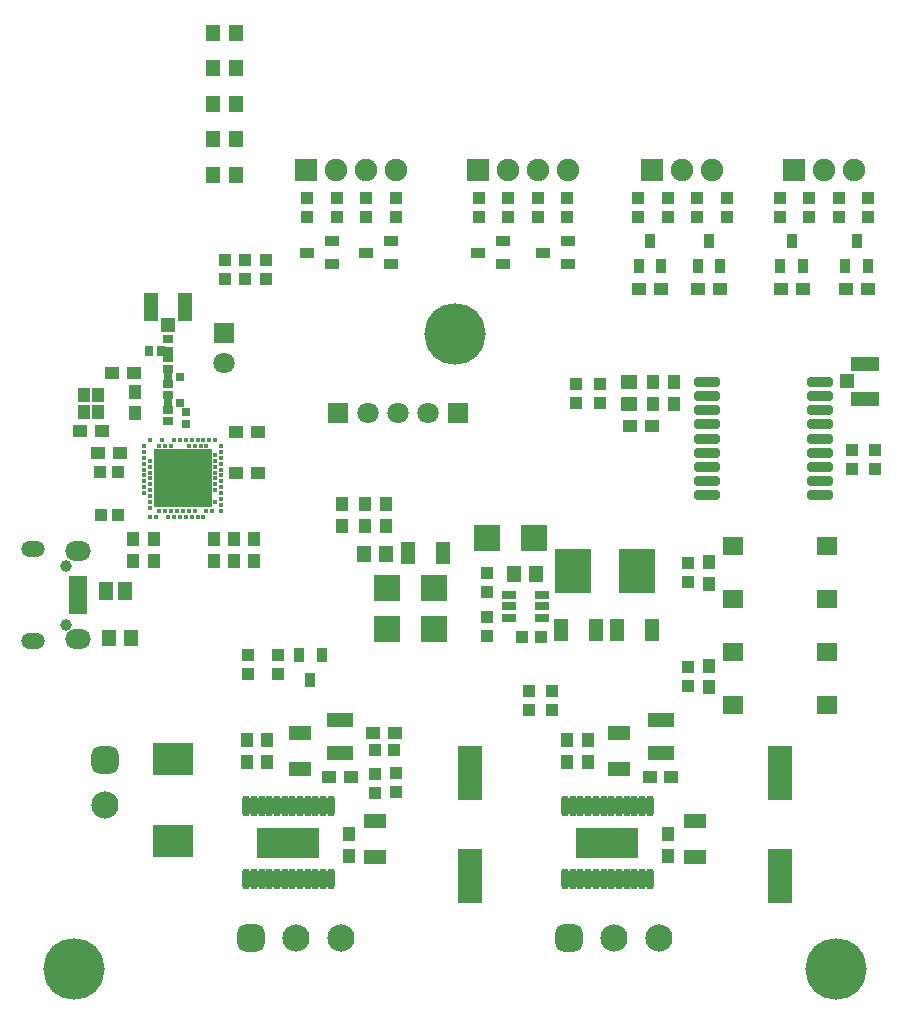
<source format=gts>
G04 Layer_Color=8388736*
%FSLAX25Y25*%
%MOIN*%
G70*
G01*
G75*
%ADD80R,0.04737X0.04343*%
%ADD81R,0.09461X0.04934*%
%ADD82R,0.04934X0.04737*%
%ADD83R,0.05131X0.05524*%
%ADD84R,0.06902X0.05918*%
%ADD85R,0.04343X0.04737*%
%ADD86R,0.08280X0.18123*%
%ADD87R,0.07493X0.04737*%
%ADD88R,0.04737X0.07493*%
%ADD89R,0.04934X0.09461*%
%ADD90R,0.04737X0.04934*%
%ADD91R,0.08674X0.08674*%
%ADD92R,0.13792X0.10642*%
%ADD93R,0.05918X0.02572*%
%ADD94R,0.05524X0.05131*%
%ADD95R,0.08674X0.04737*%
%ADD96R,0.12414X0.14579*%
%ADD97R,0.03556X0.03162*%
%ADD98R,0.03162X0.03556*%
%ADD99R,0.04343X0.03950*%
%ADD100R,0.03950X0.04343*%
G04:AMPARAMS|DCode=101|XSize=31.62mil|YSize=86.74mil|CornerRadius=9.9mil|HoleSize=0mil|Usage=FLASHONLY|Rotation=270.000|XOffset=0mil|YOffset=0mil|HoleType=Round|Shape=RoundedRectangle|*
%AMROUNDEDRECTD101*
21,1,0.03162,0.06693,0,0,270.0*
21,1,0.01181,0.08674,0,0,270.0*
1,1,0.01981,-0.03347,-0.00591*
1,1,0.01981,-0.03347,0.00591*
1,1,0.01981,0.03347,0.00591*
1,1,0.01981,0.03347,-0.00591*
%
%ADD101ROUNDEDRECTD101*%
%ADD102R,0.04737X0.01981*%
%ADD103R,0.04737X0.03162*%
%ADD104R,0.03950X0.03950*%
%ADD105R,0.04147X0.04540*%
%ADD106R,0.02768X0.02768*%
%ADD107R,0.02768X0.02768*%
%ADD108R,0.19488X0.19488*%
%ADD109C,0.01476*%
%ADD110R,0.03556X0.04737*%
%ADD111R,0.04737X0.03556*%
%ADD112R,0.21115X0.10249*%
%ADD113O,0.02572X0.07099*%
%ADD114R,0.07099X0.07099*%
%ADD115C,0.07099*%
%ADD116R,0.07099X0.07099*%
%ADD117C,0.03950*%
%ADD118O,0.07887X0.05328*%
%ADD119O,0.08674X0.06509*%
%ADD120R,0.07493X0.07493*%
%ADD121C,0.07493*%
%ADD122C,0.20485*%
G04:AMPARAMS|DCode=123|XSize=90.68mil|YSize=90.68mil|CornerRadius=24.67mil|HoleSize=0mil|Usage=FLASHONLY|Rotation=270.000|XOffset=0mil|YOffset=0mil|HoleType=Round|Shape=RoundedRectangle|*
%AMROUNDEDRECTD123*
21,1,0.09068,0.04134,0,0,270.0*
21,1,0.04134,0.09068,0,0,270.0*
1,1,0.04934,-0.02067,-0.02067*
1,1,0.04934,-0.02067,0.02067*
1,1,0.04934,0.02067,0.02067*
1,1,0.04934,0.02067,-0.02067*
%
%ADD123ROUNDEDRECTD123*%
%ADD124C,0.09068*%
G04:AMPARAMS|DCode=125|XSize=90.68mil|YSize=90.68mil|CornerRadius=24.67mil|HoleSize=0mil|Usage=FLASHONLY|Rotation=0.000|XOffset=0mil|YOffset=0mil|HoleType=Round|Shape=RoundedRectangle|*
%AMROUNDEDRECTD125*
21,1,0.09068,0.04134,0,0,0.0*
21,1,0.04134,0.09068,0,0,0.0*
1,1,0.04934,0.02067,-0.02067*
1,1,0.04934,-0.02067,-0.02067*
1,1,0.04934,-0.02067,0.02067*
1,1,0.04934,0.02067,0.02067*
%
%ADD125ROUNDEDRECTD125*%
%ADD126C,0.03000*%
D80*
X216240Y247244D02*
D03*
X208957D02*
D03*
X235925D02*
D03*
X228642D02*
D03*
X74705Y185827D02*
D03*
X81988D02*
D03*
X212500Y84646D02*
D03*
X219783D02*
D03*
X105610D02*
D03*
X112894Y84646D02*
D03*
X35925Y192520D02*
D03*
X28642D02*
D03*
X263484Y247244D02*
D03*
X256201D02*
D03*
X285138D02*
D03*
X277854D02*
D03*
X206004Y201772D02*
D03*
X213287D02*
D03*
X30020Y200000D02*
D03*
X22736Y200000D02*
D03*
X33366Y219291D02*
D03*
X40650Y219291D02*
D03*
X74724Y199701D02*
D03*
X82008D02*
D03*
X127657Y99410D02*
D03*
X120374D02*
D03*
D81*
X284449Y222342D02*
D03*
Y210728D02*
D03*
D82*
X278445Y216535D02*
D03*
D83*
X74705Y285433D02*
D03*
X67027Y285433D02*
D03*
X74705Y297244D02*
D03*
X67027D02*
D03*
X74705Y309055D02*
D03*
X67027D02*
D03*
X74705Y332677D02*
D03*
X67027D02*
D03*
X167421Y152362D02*
D03*
X174705Y152362D02*
D03*
X74705Y320866D02*
D03*
X67027D02*
D03*
X117421Y159055D02*
D03*
X124705Y159055D02*
D03*
X32382Y130905D02*
D03*
X39665Y130905D02*
D03*
D84*
X240256Y161614D02*
D03*
Y143898D02*
D03*
X271555Y161614D02*
D03*
Y143898D02*
D03*
X240256Y126378D02*
D03*
Y108661D02*
D03*
X271555Y126378D02*
D03*
Y108661D02*
D03*
D85*
X117520Y168405D02*
D03*
X117520Y175689D02*
D03*
X124606Y168405D02*
D03*
X124606Y175689D02*
D03*
X110039Y168405D02*
D03*
Y175689D02*
D03*
X232283Y149114D02*
D03*
Y156398D02*
D03*
X218504Y65650D02*
D03*
X218504Y58366D02*
D03*
X192126Y96949D02*
D03*
X192126Y89665D02*
D03*
X185039Y96949D02*
D03*
Y89665D02*
D03*
X112205Y65650D02*
D03*
Y58366D02*
D03*
X85039Y96949D02*
D03*
Y89665D02*
D03*
X78347Y96949D02*
D03*
Y89665D02*
D03*
X232283Y114469D02*
D03*
X232283Y121752D02*
D03*
X40354Y156791D02*
D03*
Y164075D02*
D03*
X213583Y216240D02*
D03*
X213583Y208957D02*
D03*
X220472Y216240D02*
D03*
Y208957D02*
D03*
X47441Y164075D02*
D03*
Y156791D02*
D03*
X40945Y205807D02*
D03*
Y213090D02*
D03*
X67323Y163878D02*
D03*
Y156595D02*
D03*
X74016Y163878D02*
D03*
Y156595D02*
D03*
X80709Y163878D02*
D03*
Y156595D02*
D03*
D86*
X255906Y86024D02*
D03*
Y51772D02*
D03*
X152559Y86024D02*
D03*
X152559Y51772D02*
D03*
D87*
X227559Y58071D02*
D03*
X227559Y69882D02*
D03*
X202362Y87402D02*
D03*
Y99213D02*
D03*
X121063Y58071D02*
D03*
Y69882D02*
D03*
X96063Y87402D02*
D03*
Y99213D02*
D03*
D88*
X182874Y133661D02*
D03*
X194685D02*
D03*
X213386Y133661D02*
D03*
X201575Y133661D02*
D03*
X131890Y159449D02*
D03*
X143701D02*
D03*
D89*
X46161Y241339D02*
D03*
X57776D02*
D03*
D90*
X51968Y235335D02*
D03*
D91*
X140748Y133858D02*
D03*
X125000Y133858D02*
D03*
X140748Y147638D02*
D03*
X125000D02*
D03*
X174016Y164173D02*
D03*
X158268D02*
D03*
D92*
X53543Y90748D02*
D03*
X53543Y63189D02*
D03*
D93*
X22047Y142717D02*
D03*
X22047Y145276D02*
D03*
X22047Y147835D02*
D03*
X22047Y140157D02*
D03*
Y150394D02*
D03*
D94*
X205709Y208957D02*
D03*
Y216240D02*
D03*
D95*
X216142Y92520D02*
D03*
Y103543D02*
D03*
X109252Y92520D02*
D03*
Y103543D02*
D03*
D96*
X208366Y153347D02*
D03*
X186909D02*
D03*
D97*
X51968Y220472D02*
D03*
Y224409D02*
D03*
Y226772D02*
D03*
Y230709D02*
D03*
Y203150D02*
D03*
Y207087D02*
D03*
Y211811D02*
D03*
Y215748D02*
D03*
D98*
X49606Y226772D02*
D03*
X45669D02*
D03*
D99*
X225394Y149606D02*
D03*
Y155905D02*
D03*
X158268Y137992D02*
D03*
Y131693D02*
D03*
Y152756D02*
D03*
Y146457D02*
D03*
X77756Y250787D02*
D03*
Y257087D02*
D03*
X70866Y250787D02*
D03*
Y257087D02*
D03*
X225394Y114961D02*
D03*
Y121260D02*
D03*
X287795Y193701D02*
D03*
Y187402D02*
D03*
X279921Y193701D02*
D03*
Y187402D02*
D03*
X187992Y209449D02*
D03*
Y215748D02*
D03*
X84646Y257087D02*
D03*
Y250787D02*
D03*
X195866Y215748D02*
D03*
Y209449D02*
D03*
X238189Y271260D02*
D03*
Y277559D02*
D03*
X175197Y271260D02*
D03*
Y277559D02*
D03*
X185039Y271260D02*
D03*
Y277559D02*
D03*
X155512Y271260D02*
D03*
X155512Y277559D02*
D03*
X208661Y271260D02*
D03*
Y277559D02*
D03*
X127953D02*
D03*
Y271260D02*
D03*
X108268Y277559D02*
D03*
Y271260D02*
D03*
X98425Y277559D02*
D03*
Y271260D02*
D03*
X118110Y277559D02*
D03*
Y271260D02*
D03*
X228346D02*
D03*
Y277559D02*
D03*
X285433Y277559D02*
D03*
Y271260D02*
D03*
X275590Y277559D02*
D03*
Y271260D02*
D03*
X255906Y277559D02*
D03*
Y271260D02*
D03*
X265748Y277559D02*
D03*
Y271260D02*
D03*
X218504Y271260D02*
D03*
Y277559D02*
D03*
X165354Y271260D02*
D03*
X165354Y277559D02*
D03*
X88583Y125197D02*
D03*
Y118898D02*
D03*
X78740Y125197D02*
D03*
Y118898D02*
D03*
X180118Y113386D02*
D03*
Y107087D02*
D03*
X172244Y113386D02*
D03*
Y107087D02*
D03*
X127953Y85827D02*
D03*
Y79528D02*
D03*
X121063Y79331D02*
D03*
Y85630D02*
D03*
D100*
X176181Y131299D02*
D03*
X169882D02*
D03*
X120866Y93504D02*
D03*
X127165D02*
D03*
D101*
X231496Y216339D02*
D03*
X231496Y211614D02*
D03*
X231496Y206890D02*
D03*
X231496Y202165D02*
D03*
X231496Y197441D02*
D03*
Y192717D02*
D03*
Y187992D02*
D03*
X231496Y183268D02*
D03*
X231496Y178543D02*
D03*
X269291D02*
D03*
Y183268D02*
D03*
Y187992D02*
D03*
Y192717D02*
D03*
Y197441D02*
D03*
Y202165D02*
D03*
Y206890D02*
D03*
Y211614D02*
D03*
Y216339D02*
D03*
D102*
X37598Y148622D02*
D03*
Y146653D02*
D03*
Y144685D02*
D03*
X31299Y144685D02*
D03*
X31299Y146653D02*
D03*
X31299Y148622D02*
D03*
D103*
X176476Y141535D02*
D03*
X176476Y137795D02*
D03*
X165650D02*
D03*
Y141535D02*
D03*
Y145276D02*
D03*
X176575Y145276D02*
D03*
D104*
X35433Y172047D02*
D03*
X29528D02*
D03*
X35236Y186221D02*
D03*
X29331D02*
D03*
D105*
X28642Y206201D02*
D03*
X24114Y206201D02*
D03*
X24114Y211910D02*
D03*
X28642Y211910D02*
D03*
D106*
X51968Y209448D02*
D03*
X55905D02*
D03*
X51968Y218110D02*
D03*
X55905D02*
D03*
D107*
X57874Y202362D02*
D03*
Y206299D02*
D03*
D108*
X56910Y184150D02*
D03*
D109*
X69705Y194976D02*
D03*
Y193008D02*
D03*
Y191039D02*
D03*
Y189071D02*
D03*
Y187102D02*
D03*
Y185134D02*
D03*
Y183165D02*
D03*
Y181197D02*
D03*
Y179228D02*
D03*
Y177260D02*
D03*
Y175291D02*
D03*
Y173323D02*
D03*
X67736Y196945D02*
D03*
Y192024D02*
D03*
Y190055D02*
D03*
Y188087D02*
D03*
Y186118D02*
D03*
Y184150D02*
D03*
Y182181D02*
D03*
Y180213D02*
D03*
Y176276D02*
D03*
X66752Y173323D02*
D03*
X65768Y196945D02*
D03*
X64784Y194976D02*
D03*
Y173323D02*
D03*
X63799Y196945D02*
D03*
Y171354D02*
D03*
X62815Y194976D02*
D03*
X61831Y196945D02*
D03*
Y171354D02*
D03*
X60847Y194976D02*
D03*
Y173323D02*
D03*
X59862Y196945D02*
D03*
Y171354D02*
D03*
X58878Y194976D02*
D03*
Y173323D02*
D03*
X57894Y196945D02*
D03*
Y171354D02*
D03*
X56910Y173323D02*
D03*
X55925Y196945D02*
D03*
Y171354D02*
D03*
X54941Y173323D02*
D03*
X53957Y196945D02*
D03*
Y171354D02*
D03*
X52973Y194976D02*
D03*
Y173323D02*
D03*
X51988Y171354D02*
D03*
X51004Y194976D02*
D03*
Y173323D02*
D03*
X50020Y196945D02*
D03*
X49035Y173323D02*
D03*
X48051Y171354D02*
D03*
X49035Y194976D02*
D03*
X46083Y196945D02*
D03*
Y190055D02*
D03*
Y188087D02*
D03*
Y186118D02*
D03*
Y184150D02*
D03*
Y182181D02*
D03*
Y180213D02*
D03*
Y178244D02*
D03*
Y176276D02*
D03*
Y174307D02*
D03*
Y171354D02*
D03*
X44114Y194976D02*
D03*
Y191039D02*
D03*
Y189071D02*
D03*
Y187102D02*
D03*
Y185134D02*
D03*
Y183165D02*
D03*
Y181197D02*
D03*
Y179228D02*
D03*
Y193008D02*
D03*
D110*
X281496Y263189D02*
D03*
X285236Y254921D02*
D03*
X277756D02*
D03*
X259842Y263189D02*
D03*
X263583Y254921D02*
D03*
X256102D02*
D03*
X228543Y254921D02*
D03*
X236024Y254921D02*
D03*
X232283Y263189D02*
D03*
X208858Y254921D02*
D03*
X216339D02*
D03*
X212598Y263189D02*
D03*
X99410Y116929D02*
D03*
X95669Y125197D02*
D03*
X103150Y125197D02*
D03*
D111*
X185236Y255709D02*
D03*
Y263189D02*
D03*
X176969Y259449D02*
D03*
X163583Y255709D02*
D03*
X163583Y263189D02*
D03*
X155315Y259449D02*
D03*
X98228Y259449D02*
D03*
X106496Y263189D02*
D03*
Y255709D02*
D03*
X117913Y259449D02*
D03*
X126181Y263189D02*
D03*
Y255709D02*
D03*
D112*
X92126Y62795D02*
D03*
X198425D02*
D03*
D113*
X78051Y50787D02*
D03*
X80610D02*
D03*
X83169D02*
D03*
X85728D02*
D03*
X88287D02*
D03*
X90847D02*
D03*
X93405D02*
D03*
X95965D02*
D03*
X98524D02*
D03*
X101083D02*
D03*
X103642D02*
D03*
X106201D02*
D03*
X78051Y74803D02*
D03*
X80610D02*
D03*
X83169D02*
D03*
X85728D02*
D03*
X88287D02*
D03*
X90847D02*
D03*
X93405D02*
D03*
X95965D02*
D03*
X98524D02*
D03*
X101083D02*
D03*
X103642D02*
D03*
X106201D02*
D03*
X212500D02*
D03*
X209941D02*
D03*
X207382D02*
D03*
X204823D02*
D03*
X202264D02*
D03*
X199705D02*
D03*
X197146D02*
D03*
X194587D02*
D03*
X192028D02*
D03*
X189469D02*
D03*
X186909D02*
D03*
X184350D02*
D03*
X212500Y50787D02*
D03*
X209941D02*
D03*
X207382D02*
D03*
X204823D02*
D03*
X202264D02*
D03*
X199705D02*
D03*
X197146D02*
D03*
X194587D02*
D03*
X192028D02*
D03*
X189469D02*
D03*
X186909D02*
D03*
X184350D02*
D03*
D114*
X70669Y232658D02*
D03*
D115*
Y222657D02*
D03*
X118760Y205803D02*
D03*
X128760Y205803D02*
D03*
X138701Y205803D02*
D03*
D116*
X108760Y205803D02*
D03*
X148701Y205803D02*
D03*
D117*
X17913Y135433D02*
D03*
X17913Y155118D02*
D03*
D118*
X7087Y130020D02*
D03*
X7087Y160531D02*
D03*
D119*
X22047Y130610D02*
D03*
Y159941D02*
D03*
D120*
X98110Y287087D02*
D03*
X155197D02*
D03*
X213347D02*
D03*
X260591D02*
D03*
D121*
X108110D02*
D03*
X118110D02*
D03*
X128110D02*
D03*
X165197D02*
D03*
X175197D02*
D03*
X185197D02*
D03*
X223346D02*
D03*
X233347D02*
D03*
X270590D02*
D03*
X280591D02*
D03*
D122*
X274606Y20669D02*
D03*
X147638Y232283D02*
D03*
X20669Y20669D02*
D03*
D123*
X31102Y90177D02*
D03*
D124*
X31102Y75177D02*
D03*
X94488Y31102D02*
D03*
X109488D02*
D03*
X200787D02*
D03*
X215787D02*
D03*
D125*
X79488D02*
D03*
X185787Y31102D02*
D03*
D126*
X63996Y191236D02*
D03*
Y186512D02*
D03*
Y181787D02*
D03*
Y177063D02*
D03*
X59272Y191236D02*
D03*
Y186512D02*
D03*
Y181787D02*
D03*
Y177063D02*
D03*
X54547Y191236D02*
D03*
Y186512D02*
D03*
Y181787D02*
D03*
Y177063D02*
D03*
X49823Y191236D02*
D03*
Y186512D02*
D03*
Y181787D02*
D03*
Y177063D02*
D03*
M02*

</source>
